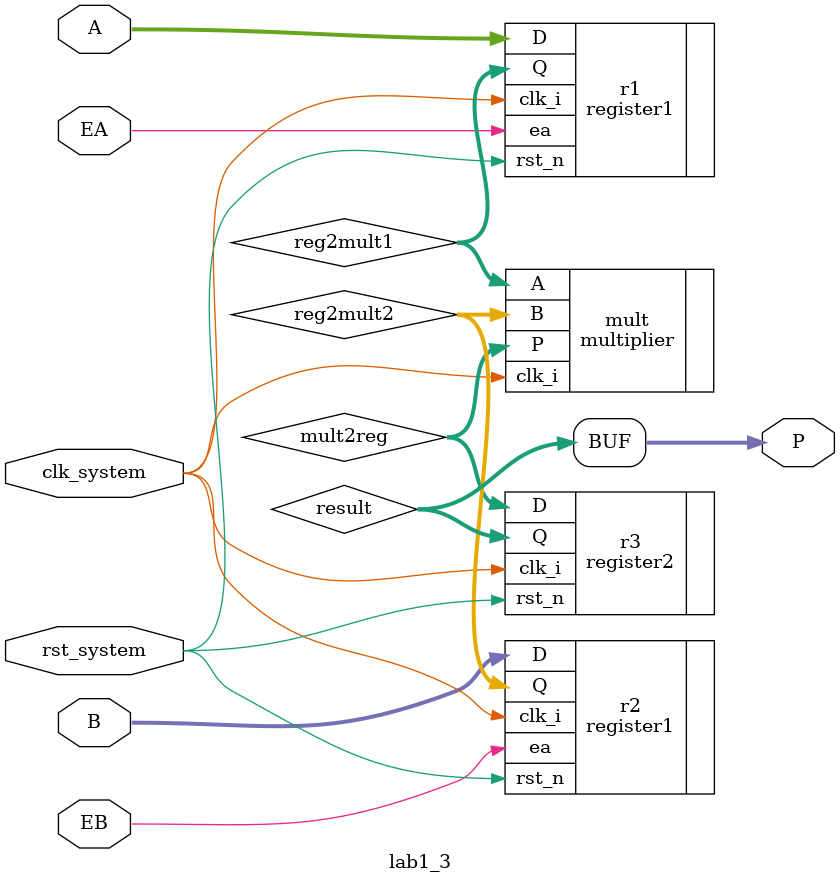
<source format=v>
module lab1_3(
	input clk_system, rst_system,
	input EA, EB,
	input [7:0] A,
	input [7:0] B,
	output [15:0] P
);
	wire [7:0] reg2mult1;
	wire [7:0] reg2mult2;
	wire [15:0] mult2reg;
	wire [15:0] result;
	
	assign P = result;
	
	register1 r1(
		.clk_i(clk_system),
		.rst_n(rst_system),
		.ea(EA),
		.D(A),
		.Q(reg2mult1)
	);
	
	register1 r2(
		.clk_i(clk_system),
		.rst_n(rst_system),
		.ea(EB),
		.D(B),
		.Q(reg2mult2)
	);
	
	multiplier mult(
		.clk_i(clk_system),
		.A(reg2mult1),
		.B(reg2mult2),
		.P(mult2reg)
	);
	
	register2 r3(
		.clk_i(clk_system),
		.rst_n(rst_system),
		.D(mult2reg),
		.Q(result)
	);
	
endmodule 
</source>
